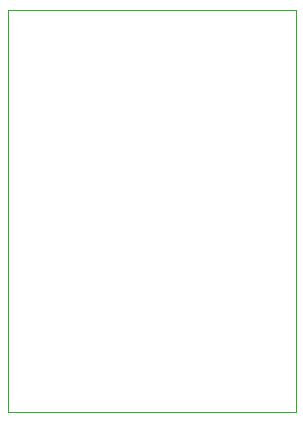
<source format=gbr>
G04 #@! TF.FileFunction,Profile,NP*
%FSLAX46Y46*%
G04 Gerber Fmt 4.6, Leading zero omitted, Abs format (unit mm)*
G04 Created by KiCad (PCBNEW 4.0.7) date Mon Feb  5 11:14:21 2018*
%MOMM*%
%LPD*%
G01*
G04 APERTURE LIST*
%ADD10C,0.100000*%
G04 APERTURE END LIST*
D10*
X110236000Y-72136000D02*
X110236000Y-106172000D01*
X85852000Y-72136000D02*
X110236000Y-72136000D01*
X85852000Y-106172000D02*
X85852000Y-72136000D01*
X110236000Y-106172000D02*
X85852000Y-106172000D01*
M02*

</source>
